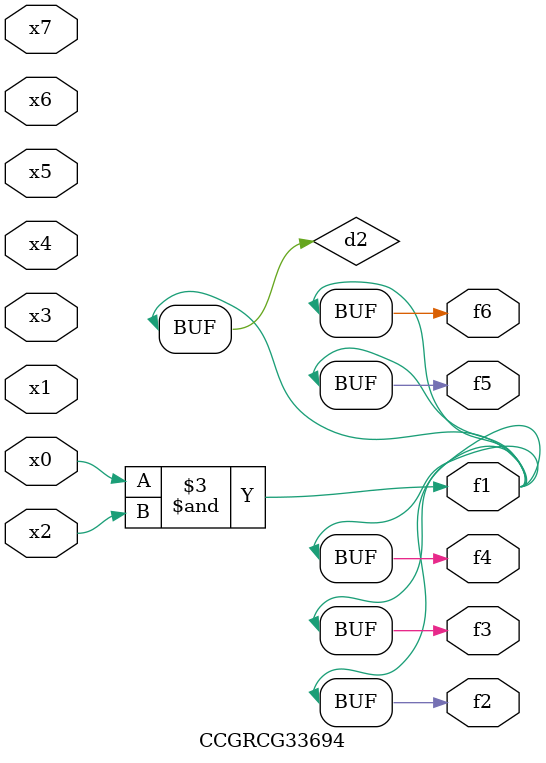
<source format=v>
module CCGRCG33694(
	input x0, x1, x2, x3, x4, x5, x6, x7,
	output f1, f2, f3, f4, f5, f6
);

	wire d1, d2;

	nor (d1, x3, x6);
	and (d2, x0, x2);
	assign f1 = d2;
	assign f2 = d2;
	assign f3 = d2;
	assign f4 = d2;
	assign f5 = d2;
	assign f6 = d2;
endmodule

</source>
